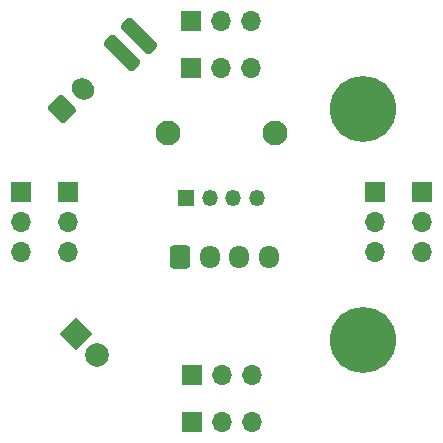
<source format=gbr>
%TF.GenerationSoftware,KiCad,Pcbnew,8.0.5*%
%TF.CreationDate,2025-01-19T22:36:25+08:00*%
%TF.ProjectId,Servo Breakout Board ,53657276-6f20-4427-9265-616b6f757420,rev?*%
%TF.SameCoordinates,Original*%
%TF.FileFunction,Soldermask,Top*%
%TF.FilePolarity,Negative*%
%FSLAX46Y46*%
G04 Gerber Fmt 4.6, Leading zero omitted, Abs format (unit mm)*
G04 Created by KiCad (PCBNEW 8.0.5) date 2025-01-19 22:36:25*
%MOMM*%
%LPD*%
G01*
G04 APERTURE LIST*
G04 Aperture macros list*
%AMRoundRect*
0 Rectangle with rounded corners*
0 $1 Rounding radius*
0 $2 $3 $4 $5 $6 $7 $8 $9 X,Y pos of 4 corners*
0 Add a 4 corners polygon primitive as box body*
4,1,4,$2,$3,$4,$5,$6,$7,$8,$9,$2,$3,0*
0 Add four circle primitives for the rounded corners*
1,1,$1+$1,$2,$3*
1,1,$1+$1,$4,$5*
1,1,$1+$1,$6,$7*
1,1,$1+$1,$8,$9*
0 Add four rect primitives between the rounded corners*
20,1,$1+$1,$2,$3,$4,$5,0*
20,1,$1+$1,$4,$5,$6,$7,0*
20,1,$1+$1,$6,$7,$8,$9,0*
20,1,$1+$1,$8,$9,$2,$3,0*%
%AMHorizOval*
0 Thick line with rounded ends*
0 $1 width*
0 $2 $3 position (X,Y) of the first rounded end (center of the circle)*
0 $4 $5 position (X,Y) of the second rounded end (center of the circle)*
0 Add line between two ends*
20,1,$1,$2,$3,$4,$5,0*
0 Add two circle primitives to create the rounded ends*
1,1,$1,$2,$3*
1,1,$1,$4,$5*%
%AMRotRect*
0 Rectangle, with rotation*
0 The origin of the aperture is its center*
0 $1 length*
0 $2 width*
0 $3 Rotation angle, in degrees counterclockwise*
0 Add horizontal line*
21,1,$1,$2,0,0,$3*%
G04 Aperture macros list end*
%ADD10C,3.600000*%
%ADD11C,5.600000*%
%ADD12R,1.700000X1.700000*%
%ADD13O,1.700000X1.700000*%
%ADD14C,2.100000*%
%ADD15R,1.350000X1.350000*%
%ADD16O,1.350000X1.350000*%
%ADD17RoundRect,0.250000X0.106066X-0.954594X0.954594X-0.106066X-0.106066X0.954594X-0.954594X0.106066X0*%
%ADD18HorizOval,1.700000X-0.106066X0.106066X0.106066X-0.106066X0*%
%ADD19RotRect,2.000000X2.000000X315.000000*%
%ADD20C,2.000000*%
%ADD21RoundRect,0.250000X-0.600000X-0.725000X0.600000X-0.725000X0.600000X0.725000X-0.600000X0.725000X0*%
%ADD22O,1.700000X1.950000*%
%ADD23RoundRect,0.325000X0.777817X-1.237437X1.237437X-0.777817X-0.777817X1.237437X-1.237437X0.777817X0*%
G04 APERTURE END LIST*
D10*
%TO.C,M3*%
X52960000Y-62500000D03*
D11*
X52960000Y-62500000D03*
%TD*%
D12*
%TO.C,M1*%
X23960000Y-49960000D03*
D13*
X23960000Y-52500000D03*
X23960000Y-55040000D03*
%TD*%
D12*
%TO.C,M2*%
X38420000Y-35500000D03*
D13*
X40960000Y-35500000D03*
X43500000Y-35500000D03*
%TD*%
D12*
%TO.C,M5*%
X27960000Y-49960000D03*
D13*
X27960000Y-52500000D03*
X27960000Y-55040000D03*
%TD*%
D14*
%TO.C,2mm*%
X45460000Y-45000000D03*
%TD*%
D12*
%TO.C,M7*%
X53960000Y-50000000D03*
D13*
X53960000Y-52540000D03*
X53960000Y-55080000D03*
%TD*%
D10*
%TO.C,M3*%
X52960000Y-43000000D03*
D11*
X52960000Y-43000000D03*
%TD*%
D15*
%TO.C,J2*%
X37960000Y-50500000D03*
D16*
X39960000Y-50500000D03*
X41960000Y-50500000D03*
X43960000Y-50500000D03*
%TD*%
D14*
%TO.C,2mm*%
X36460000Y-45000000D03*
%TD*%
D12*
%TO.C,M8*%
X38475000Y-65500000D03*
D13*
X41015000Y-65500000D03*
X43555000Y-65500000D03*
%TD*%
D12*
%TO.C,M4*%
X38435000Y-69500000D03*
D13*
X40975000Y-69500000D03*
X43515000Y-69500000D03*
%TD*%
D12*
%TO.C,M3*%
X57960000Y-49960000D03*
D13*
X57960000Y-52500000D03*
X57960000Y-55040000D03*
%TD*%
D17*
%TO.C,J3*%
X27460000Y-43000000D03*
D18*
X29227767Y-41232233D03*
%TD*%
D19*
%TO.C,J1*%
X28664505Y-61992373D03*
D20*
X30460556Y-63788424D03*
%TD*%
D21*
%TO.C,J5*%
X37460000Y-55500000D03*
D22*
X39960000Y-55500000D03*
X42460000Y-55500000D03*
X44960000Y-55500000D03*
%TD*%
D12*
%TO.C,M6*%
X38420000Y-39500000D03*
D13*
X40960000Y-39500000D03*
X43500000Y-39500000D03*
%TD*%
D23*
%TO.C,J4*%
X32545786Y-38207107D03*
X33960000Y-36792893D03*
%TD*%
M02*

</source>
